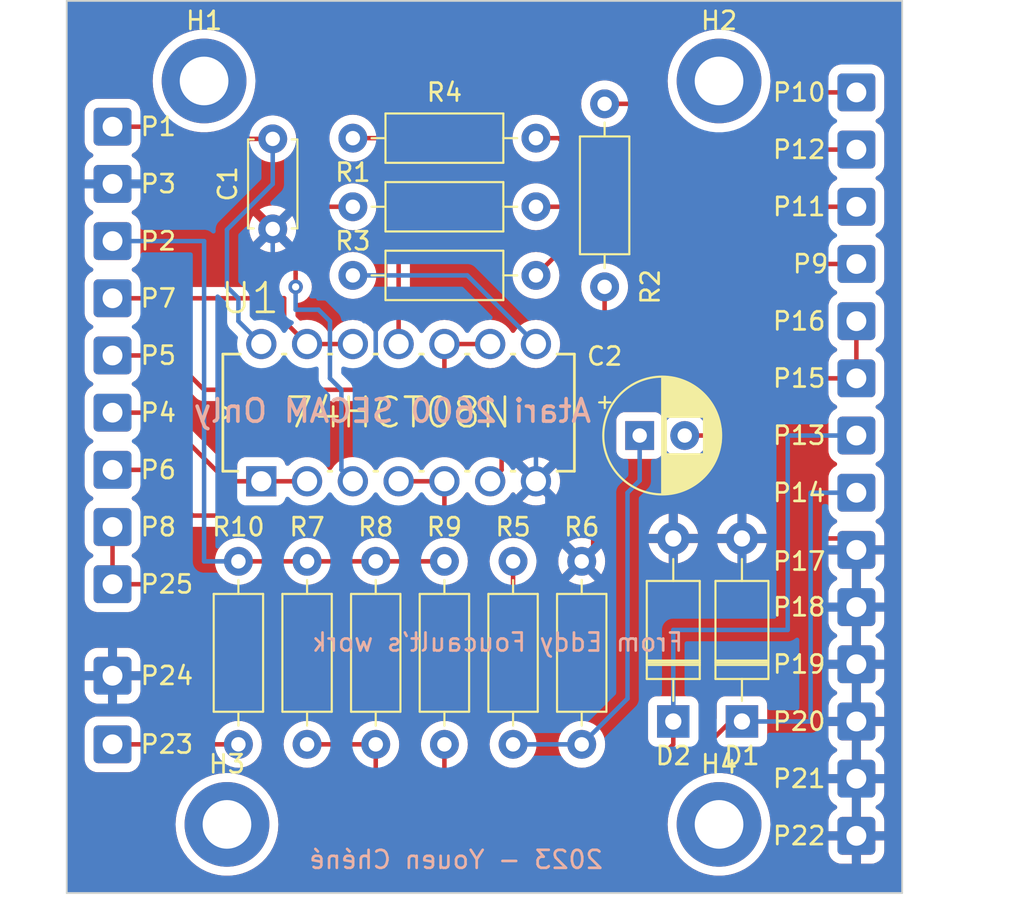
<source format=kicad_pcb>
(kicad_pcb (version 20221018) (generator pcbnew)
  (layers (0 "F.Cu" signal) (31 "B.Cu" signal) (34 "B.Paste" user) (35 "F.Paste" user) (36 "B.SilkS" user "B.Silkscreen") (37 "F.SilkS" user "F.Silkscreen") (38 "B.Mask" user) (39 "F.Mask" user) (44 "Edge.Cuts" user))
  (net 0 "")
  (net 1 "GND")
  (net 2 "+5V")
  (net 3 "Net-(C2-Pad1)")
  (net 4 "/SCART_audio")
  (net 5 "/SCART_blank")
  (net 6 "/SCART_comL")
  (net 7 "+12V")
  (net 8 "/TIA_lum0")
  (net 9 "/TIA_lum1")
  (net 10 "/TIA_lum2")
  (net 11 "/TIA_synchro")
  (net 12 "/TIA_audio")
  (net 13 "/SCART_R")
  (net 14 "/SCART_V")
  (net 15 "/SCART_B")
  (net 16 "/SCART_SYNC")
  (net 17 "Net-(P23-Pin_1)")
  (net 18 "Net-(U1-1Y)")
  (net 19 "Net-(U1-2Y)")
  (net 20 "Net-(U1-3Y)")
  (net 21 "Net-(U1-4Y)")
  (footprint "Capacitor_THT:CP_Radial_D6.3mm_P2.50mm" (layer "F.Cu") (at 111.8 100.33)
    (fp_text reference "C2" (at -1.945 -4.4) (layer "F.SilkS"))
    (fp_text value "47uF")
    (pad "1" thru_hole rect (at 0 0) (size 1.6 1.6) (drill 0.8) (layers "*.Cu" "*.Mask") (net 3 "Net-(C2-Pad1)"))
    (pad "2" thru_hole circle (at 2.5 0) (size 1.6 1.6) (drill 0.8) (layers "*.Cu" "*.Mask") (net 4 "/SCART_audio"))
  )
  (footprint "MountingHole:MountingHole_2.7mm_M2.5_DIN965_Pad" (layer "F.Cu") (at 87.63 80.645)
    (fp_text reference "H1" (at 0 -3.35) (layer "F.SilkS"))
    (fp_text value "MountingHole")
    (pad "1" thru_hole circle (at 0 0) (size 4.7 4.7) (drill 2.7) (layers "*.Cu" "*.Mask"))
  )
  (footprint "MountingHole:MountingHole_2.7mm_M2.5_DIN965_Pad" (layer "F.Cu") (at 88.9 121.92)
    (fp_text reference "H3" (at 0 -3.35) (layer "F.SilkS"))
    (fp_text value "MountingHole")
    (pad "1" thru_hole circle (at 0 0) (size 4.7 4.7) (drill 2.7) (layers "*.Cu" "*.Mask"))
  )
  (footprint "Connector_Wire:SolderWire-0.5sqmm_1x01_D0.9mm_OD2.1mm" (layer "F.Cu") (at 82.55 105.41)
    (fp_text reference "P8" (at 2.54 0) (layer "F.SilkS"))
    (fp_text value "Conn_01x01_Pin")
    (pad "1" thru_hole roundrect (at 0 0) (size 2.1 2.1) (drill 1.1) (layers "*.Cu" "*.Mask") (roundrect_rratio 0.1190480952) (net 12 "/TIA_audio"))
  )
  (footprint "Resistor_THT:R_Axial_DIN0207_L6.3mm_D2.5mm_P10.16mm_Horizontal" (layer "F.Cu") (at 100.965 107.315 -90)
    (fp_text reference "R9" (at -1.905 0 -180) (layer "F.SilkS"))
    (fp_text value "200R")
    (pad "1" thru_hole circle (at 0 0 270) (size 1.6 1.6) (drill 0.8) (layers "*.Cu" "*.Mask") (net 7 "+12V"))
    (pad "2" thru_hole oval (at 10.16 0 270) (size 1.6 1.6) (drill 0.8) (layers "*.Cu" "*.Mask") (net 6 "/SCART_comL"))
  )
  (footprint "Connector_Wire:SolderWire-0.5sqmm_1x01_D0.9mm_OD2.1mm" (layer "F.Cu") (at 82.55 83.185)
    (fp_text reference "P1" (at 2.54 0) (layer "F.SilkS"))
    (fp_text value "Conn_01x01_Pin")
    (pad "1" thru_hole roundrect (at 0 0) (size 2.1 2.1) (drill 1.1) (layers "*.Cu" "*.Mask") (roundrect_rratio 0.1190480952) (net 2 "+5V"))
  )
  (footprint "Connector_Wire:SolderWire-0.5sqmm_1x01_D0.9mm_OD2.1mm" (layer "F.Cu") (at 123.825 97.155)
    (fp_text reference "P15" (at -3.175 0) (layer "F.SilkS"))
    (fp_text value "SCART_Audio D (2)")
    (pad "1" thru_hole roundrect (at 0 0) (size 2.1 2.1) (drill 1.1) (layers "*.Cu" "*.Mask") (roundrect_rratio 0.1190480952) (net 4 "/SCART_audio"))
  )
  (footprint "Connector_Wire:SolderWire-0.5sqmm_1x01_D0.9mm_OD2.1mm" (layer "F.Cu") (at 82.55 113.665)
    (fp_text reference "P24" (at 3.016191 0) (layer "F.SilkS"))
    (fp_text value "Conn_01x01_Pin")
    (pad "1" thru_hole roundrect (at 0 0) (size 2.1 2.1) (drill 1.1) (layers "*.Cu" "*.Mask") (roundrect_rratio 0.1190480952) (net 1 "GND"))
  )
  (footprint "Connector_Wire:SolderWire-0.5sqmm_1x01_D0.9mm_OD2.1mm" (layer "F.Cu") (at 82.55 86.36)
    (fp_text reference "P3" (at 2.54 0) (layer "F.SilkS"))
    (fp_text value "Conn_01x01_Pin")
    (pad "1" thru_hole roundrect (at 0 0) (size 2.1 2.1) (drill 1.1) (layers "*.Cu" "*.Mask") (roundrect_rratio 0.1190480952) (net 1 "GND"))
  )
  (footprint "Resistor_THT:R_Axial_DIN0207_L6.3mm_D2.5mm_P10.16mm_Horizontal" (layer "F.Cu") (at 97.155 107.315 -90)
    (fp_text reference "R8" (at -1.905 0 -180) (layer "F.SilkS"))
    (fp_text value "300R")
    (pad "1" thru_hole circle (at 0 0 270) (size 1.6 1.6) (drill 0.8) (layers "*.Cu" "*.Mask") (net 7 "+12V"))
    (pad "2" thru_hole oval (at 10.16 0 270) (size 1.6 1.6) (drill 0.8) (layers "*.Cu" "*.Mask") (net 5 "/SCART_blank"))
  )
  (footprint "Connector_Wire:SolderWire-0.5sqmm_1x01_D0.9mm_OD2.1mm" (layer "F.Cu") (at 123.825 106.68)
    (fp_text reference "P17" (at -3.175 0.635) (layer "F.SilkS"))
    (fp_text value "SCART Masse R (13)")
    (pad "1" thru_hole roundrect (at 0 0) (size 2.1 2.1) (drill 1.1) (layers "*.Cu" "*.Mask") (roundrect_rratio 0.1190480952) (net 1 "GND"))
  )
  (footprint "Resistor_THT:R_Axial_DIN0207_L6.3mm_D2.5mm_P10.16mm_Horizontal" (layer "F.Cu") (at 108.585 107.315 -90)
    (fp_text reference "R6" (at -1.905 0 -180) (layer "F.SilkS"))
    (fp_text value "1k")
    (pad "1" thru_hole circle (at 0 0 270) (size 1.6 1.6) (drill 0.8) (layers "*.Cu" "*.Mask") (net 1 "GND"))
    (pad "2" thru_hole oval (at 10.16 0 270) (size 1.6 1.6) (drill 0.8) (layers "*.Cu" "*.Mask") (net 3 "Net-(C2-Pad1)"))
  )
  (footprint "Resistor_THT:R_Axial_DIN0207_L6.3mm_D2.5mm_P10.16mm_Horizontal" (layer "F.Cu") (at 95.885 91.44)
    (fp_text reference "R3" (at 0 -1.905) (layer "F.SilkS"))
    (fp_text value "470R")
    (pad "1" thru_hole circle (at 0 0) (size 1.6 1.6) (drill 0.8) (layers "*.Cu" "*.Mask") (net 20 "Net-(U1-3Y)"))
    (pad "2" thru_hole oval (at 10.16 0) (size 1.6 1.6) (drill 0.8) (layers "*.Cu" "*.Mask") (net 13 "/SCART_R"))
  )
  (footprint "Connector_Wire:SolderWire-0.5sqmm_1x01_D0.9mm_OD2.1mm" (layer "F.Cu") (at 123.825 100.33)
    (fp_text reference "P13" (at -3.175 0) (layer "F.SilkS"))
    (fp_text value "SCART Com Lente (8)")
    (pad "1" thru_hole roundrect (at 0 0) (size 2.1 2.1) (drill 1.1) (layers "*.Cu" "*.Mask") (roundrect_rratio 0.1190480952) (net 6 "/SCART_comL"))
  )
  (footprint "MountingHole:MountingHole_2.7mm_M2.5_DIN965_Pad" (layer "F.Cu") (at 116.205 121.92)
    (fp_text reference "H4" (at 0 -3.35) (layer "F.SilkS"))
    (fp_text value "MountingHole")
    (pad "1" thru_hole circle (at 0 0) (size 4.7 4.7) (drill 2.7) (layers "*.Cu" "*.Mask"))
  )
  (footprint "Connector_Wire:SolderWire-0.5sqmm_1x01_D0.9mm_OD2.1mm" (layer "F.Cu") (at 82.55 108.585)
    (fp_text reference "P25" (at 3.016191 0) (layer "F.SilkS"))
    (fp_text value "Conn_01x01_Pin")
    (pad "1" thru_hole roundrect (at 0 0) (size 2.1 2.1) (drill 1.1) (layers "*.Cu" "*.Mask") (roundrect_rratio 0.1190480952) (net 12 "/TIA_audio"))
  )
  (footprint "LibraryKicadPerso:DIP254P762X420-14" (layer "F.Cu") (at 106.045 95.25 90)
    (fp_text reference "U1" (at 2.54 -15.875 180) (layer "F.SilkS") (effects (font (size 1.64 1.64))))
    (fp_text value "74HCT08N" (at -3.81 -7.62 180) (layer "F.SilkS") (effects (font (size 1.64 1.64))))
    (pad "1" thru_hole rect (at -7.62 -15.24 90) (size 1.6764 1.6764) (drill 1.1176) (layers "*.Cu" "*.Mask") (net 8 "/TIA_lum0"))
    (pad "2" thru_hole circle (at -7.62 -12.7 90) (size 1.6764 1.6764) (drill 1.1176) (layers "*.Cu" "*.Mask") (net 8 "/TIA_lum0"))
    (pad "3" thru_hole circle (at -7.62 -10.16 90) (size 1.6764 1.6764) (drill 1.1176) (layers "*.Cu" "*.Mask") (net 18 "Net-(U1-1Y)"))
    (pad "4" thru_hole circle (at -7.62 -7.62 90) (size 1.6764 1.6764) (drill 1.1176) (layers "*.Cu" "*.Mask") (net 10 "/TIA_lum2"))
    (pad "5" thru_hole circle (at -7.62 -5.08 90) (size 1.6764 1.6764) (drill 1.1176) (layers "*.Cu" "*.Mask") (net 10 "/TIA_lum2"))
    (pad "6" thru_hole circle (at -7.62 -2.54 90) (size 1.6764 1.6764) (drill 1.1176) (layers "*.Cu" "*.Mask") (net 19 "Net-(U1-2Y)"))
    (pad "7" thru_hole circle (at -7.62 0 90) (size 1.6764 1.6764) (drill 1.1176) (layers "*.Cu" "*.Mask") (net 1 "GND"))
    (pad "8" thru_hole circle (at 0 0 90) (size 1.6764 1.6764) (drill 1.1176) (layers "*.Cu" "*.Mask") (net 20 "Net-(U1-3Y)"))
    (pad "9" thru_hole circle (at 0 -2.54 90) (size 1.6764 1.6764) (drill 1.1176) (layers "*.Cu" "*.Mask") (net 9 "/TIA_lum1"))
    (pad "10" thru_hole circle (at 0 -5.08 90) (size 1.6764 1.6764) (drill 1.1176) (layers "*.Cu" "*.Mask") (net 9 "/TIA_lum1"))
    (pad "11" thru_hole circle (at 0 -7.62 90) (size 1.6764 1.6764) (drill 1.1176) (layers "*.Cu" "*.Mask") (net 21 "Net-(U1-4Y)"))
    (pad "12" thru_hole circle (at 0 -10.16 90) (size 1.6764 1.6764) (drill 1.1176) (layers "*.Cu" "*.Mask") (net 11 "/TIA_synchro"))
    (pad "13" thru_hole circle (at 0 -12.7 90) (size 1.6764 1.6764) (drill 1.1176) (layers "*.Cu" "*.Mask") (net 11 "/TIA_synchro"))
    (pad "14" thru_hole circle (at 0 -15.24 90) (size 1.6764 1.6764) (drill 1.1176) (layers "*.Cu" "*.Mask") (net 2 "+5V"))
  )
  (footprint "Connector_Wire:SolderWire-0.5sqmm_1x01_D0.9mm_OD2.1mm" (layer "F.Cu") (at 123.825 122.555)
    (fp_text reference "P22" (at -3.175 0) (layer "F.SilkS"))
    (fp_text value "SCART Shield")
    (pad "1" thru_hole roundrect (at 0 0) (size 2.1 2.1) (drill 1.1) (layers "*.Cu" "*.Mask") (roundrect_rratio 0.1190480952) (net 1 "GND"))
  )
  (footprint "Resistor_THT:R_Axial_DIN0207_L6.3mm_D2.5mm_P10.16mm_Horizontal" (layer "F.Cu") (at 104.775 107.315 -90)
    (fp_text reference "R5" (at -1.905 0 -180) (layer "F.SilkS"))
    (fp_text value "1K")
    (pad "1" thru_hole circle (at 0 0 270) (size 1.6 1.6) (drill 0.8) (layers "*.Cu" "*.Mask") (net 12 "/TIA_audio"))
    (pad "2" thru_hole oval (at 10.16 0 270) (size 1.6 1.6) (drill 0.8) (layers "*.Cu" "*.Mask") (net 3 "Net-(C2-Pad1)"))
  )
  (footprint "Resistor_THT:R_Axial_DIN0207_L6.3mm_D2.5mm_P10.16mm_Horizontal" (layer "F.Cu") (at 95.885 87.63)
    (fp_text reference "R1" (at 0 -1.905) (layer "F.SilkS"))
    (fp_text value "470R")
    (pad "1" thru_hole circle (at 0 0) (size 1.6 1.6) (drill 0.8) (layers "*.Cu" "*.Mask") (net 18 "Net-(U1-1Y)"))
    (pad "2" thru_hole oval (at 10.16 0) (size 1.6 1.6) (drill 0.8) (layers "*.Cu" "*.Mask") (net 15 "/SCART_B"))
  )
  (footprint "Capacitor_THT:C_Disc_D4.7mm_W2.5mm_P5.00mm" (layer "F.Cu") (at 91.44 88.86 90)
    (fp_text reference "C1" (at 2.5 -2.5 90) (layer "F.SilkS"))
    (fp_text value "100nF")
    (pad "1" thru_hole circle (at 0 0 90) (size 1.6 1.6) (drill 0.8) (layers "*.Cu" "*.Mask") (net 1 "GND"))
    (pad "2" thru_hole circle (at 5 0 90) (size 1.6 1.6) (drill 0.8) (layers "*.Cu" "*.Mask") (net 2 "+5V"))
  )
  (footprint "Connector_Wire:SolderWire-0.5sqmm_1x01_D0.9mm_OD2.1mm" (layer "F.Cu") (at 82.55 95.885)
    (fp_text reference "P5" (at 2.54 0) (layer "F.SilkS"))
    (fp_text value "Conn_01x01_Pin")
    (pad "1" thru_hole roundrect (at 0 0) (size 2.1 2.1) (drill 1.1) (layers "*.Cu" "*.Mask") (roundrect_rratio 0.1190480952) (net 9 "/TIA_lum1"))
  )
  (footprint "Connector_Wire:SolderWire-0.5sqmm_1x01_D0.9mm_OD2.1mm" (layer "F.Cu") (at 123.825 81.28)
    (fp_text reference "P10" (at -3.175 0) (layer "F.SilkS"))
    (fp_text value "SCART V (11)")
    (pad "1" thru_hole roundrect (at 0 0) (size 2.1 2.1) (drill 1.1) (layers "*.Cu" "*.Mask") (roundrect_rratio 0.1190480952) (net 14 "/SCART_V"))
  )
  (footprint "Connector_Wire:SolderWire-0.5sqmm_1x01_D0.9mm_OD2.1mm" (layer "F.Cu") (at 123.825 109.855)
    (fp_text reference "P18" (at -3.175 0) (layer "F.SilkS"))
    (fp_text value "SCART Masse V (9)")
    (pad "1" thru_hole roundrect (at 0 0) (size 2.1 2.1) (drill 1.1) (layers "*.Cu" "*.Mask") (roundrect_rratio 0.1190480952) (net 1 "GND"))
  )
  (footprint "Connector_Wire:SolderWire-0.5sqmm_1x01_D0.9mm_OD2.1mm" (layer "F.Cu") (at 123.825 103.505)
    (fp_text reference "P14" (at -3.175 0) (layer "F.SilkS"))
    (fp_text value "SCART Com Rapide (16)")
    (pad "1" thru_hole roundrect (at 0 0) (size 2.1 2.1) (drill 1.1) (layers "*.Cu" "*.Mask") (roundrect_rratio 0.1190480952) (net 5 "/SCART_blank"))
  )
  (footprint "Connector_Wire:SolderWire-0.5sqmm_1x01_D0.9mm_OD2.1mm" (layer "F.Cu") (at 82.55 92.71)
    (fp_text reference "P7" (at 2.54 0) (layer "F.SilkS"))
    (fp_text value "Conn_01x01_Pin")
    (pad "1" thru_hole roundrect (at 0 0) (size 2.1 2.1) (drill 1.1) (layers "*.Cu" "*.Mask") (roundrect_rratio 0.1190480952) (net 11 "/TIA_synchro"))
  )
  (footprint "Connector_Wire:SolderWire-0.5sqmm_1x01_D0.9mm_OD2.1mm" (layer "F.Cu") (at 123.825 113.03)
    (fp_text reference "P19" (at -3.175 0) (layer "F.SilkS"))
    (fp_text value "SCART Masse B (5)")
    (pad "1" thru_hole roundrect (at 0 0) (size 2.1 2.1) (drill 1.1) (layers "*.Cu" "*.Mask") (roundrect_rratio 0.1190480952) (net 1 "GND"))
  )
  (footprint "Connector_Wire:SolderWire-0.5sqmm_1x01_D0.9mm_OD2.1mm" (layer "F.Cu") (at 123.825 93.98)
    (fp_text reference "P16" (at -3.175 0) (layer "F.SilkS"))
    (fp_text value "SCART Audio G (6)")
    (pad "1" thru_hole roundrect (at 0 0) (size 2.1 2.1) (drill 1.1) (layers "*.Cu" "*.Mask") (roundrect_rratio 0.1190480952) (net 4 "/SCART_audio"))
  )
  (footprint "Connector_Wire:SolderWire-0.5sqmm_1x01_D0.9mm_OD2.1mm" (layer "F.Cu") (at 82.55 102.235)
    (fp_text reference "P6" (at 2.54 0) (layer "F.SilkS"))
    (fp_text value "Conn_01x01_Pin")
    (pad "1" thru_hole roundrect (at 0 0) (size 2.1 2.1) (drill 1.1) (layers "*.Cu" "*.Mask") (roundrect_rratio 0.1190480952) (net 10 "/TIA_lum2"))
  )
  (footprint "Diode_THT:D_A-405_P10.16mm_Horizontal" (layer "F.Cu") (at 113.665 116.205 90)
    (fp_text reference "D2" (at -1.905 0 180) (layer "F.SilkS"))
    (fp_text value "D_Zener 10v")
    (pad "1" thru_hole rect (at 0 0 90) (size 1.8 1.8) (drill 0.9) (layers "*.Cu" "*.Mask") (net 6 "/SCART_comL"))
    (pad "2" thru_hole oval (at 10.16 0 90) (size 1.8 1.8) (drill 0.9) (layers "*.Cu" "*.Mask") (net 1 "GND"))
  )
  (footprint "Resistor_THT:R_Axial_DIN0207_L6.3mm_D2.5mm_P10.16mm_Horizontal" (layer "F.Cu") (at 95.885 83.82)
    (fp_text reference "R4" (at 5.08 -2.54) (layer "F.SilkS"))
    (fp_text value "470R")
    (pad "1" thru_hole circle (at 0 0) (size 1.6 1.6) (drill 0.8) (layers "*.Cu" "*.Mask") (net 21 "Net-(U1-4Y)"))
    (pad "2" thru_hole oval (at 10.16 0) (size 1.6 1.6) (drill 0.8) (layers "*.Cu" "*.Mask") (net 16 "/SCART_SYNC"))
  )
  (footprint "Connector_Wire:SolderWire-0.5sqmm_1x01_D0.9mm_OD2.1mm" (layer "F.Cu") (at 82.55 89.535)
    (fp_text reference "P2" (at 2.54 0) (layer "F.SilkS"))
    (fp_text value "Conn_01x01_Pin")
    (pad "1" thru_hole roundrect (at 0 0) (size 2.1 2.1) (drill 1.1) (layers "*.Cu" "*.Mask") (roundrect_rratio 0.1190480952) (net 7 "+12V"))
  )
  (footprint "Connector_Wire:SolderWire-0.5sqmm_1x01_D0.9mm_OD2.1mm" (layer "F.Cu") (at 82.55 117.475)
    (fp_text reference "P23" (at 3.016191 0) (layer "F.SilkS"))
    (fp_text value "Conn_01x01_Pin")
    (pad "1" thru_hole roundrect (at 0 0) (size 2.1 2.1) (drill 1.1) (layers "*.Cu" "*.Mask") (roundrect_rratio 0.1190480952) (net 17 "Net-(P23-Pin_1)"))
  )
  (footprint "Connector_Wire:SolderWire-0.5sqmm_1x01_D0.9mm_OD2.1mm" (layer "F.Cu") (at 82.55 99.06)
    (fp_text reference "P4" (at 2.54 0) (layer "F.SilkS"))
    (fp_text value "Conn_01x01_Pin")
    (pad "1" thru_hole roundrect (at 0 0) (size 2.1 2.1) (drill 1.1) (layers "*.Cu" "*.Mask") (roundrect_rratio 0.1190480952) (net 8 "/TIA_lum0"))
  )
  (footprint "Diode_THT:D_A-405_P10.16mm_Horizontal" (layer "F.Cu") (at 117.475 116.205 90)
    (fp_text reference "D1" (at -1.905 0 180) (layer "F.SilkS"))
    (fp_text value "D_Zener 2.7v")
    (pad "1" thru_hole rect (at 0 0 90) (size 1.8 1.8) (drill 0.9) (layers "*.Cu" "*.Mask") (net 5 "/SCART_blank"))
    (pad "2" thru_hole oval (at 10.16 0 90) (size 1.8 1.8) (drill 0.9) (layers "*.Cu" "*.Mask") (net 1 "GND"))
  )
  (footprint "Resistor_THT:R_Axial_DIN0207_L6.3mm_D2.5mm_P10.16mm_Horizontal" (layer "F.Cu") (at 109.855 92.075 90)
    (fp_text reference "R2" (at 0 2.54 90) (layer "F.SilkS"))
    (fp_text value "470R")
    (pad "1" thru_hole circle (at 0 0 90) (size 1.6 1.6) (drill 0.8) (layers "*.Cu" "*.Mask") (net 19 "Net-(U1-2Y)"))
    (pad "2" thru_hole oval (at 10.16 0 90) (size 1.6 1.6) (drill 0.8) (layers "*.Cu" "*.Mask") (net 14 "/SCART_V"))
  )
  (footprint "Connector_Wire:SolderWire-0.5sqmm_1x01_D0.9mm_OD2.1mm" (layer "F.Cu") (at 123.825 87.63)
    (fp_text reference "P11" (at -3.175 0) (layer "F.SilkS"))
    (fp_text value "SCART B (7)")
    (pad "1" thru_hole roundrect (at 0 0) (size 2.1 2.1) (drill 1.1) (layers "*.Cu" "*.Mask") (roundrect_rratio 0.1190480952) (net 15 "/SCART_B"))
  )
  (footprint "Connector_Wire:SolderWire-0.5sqmm_1x01_D0.9mm_OD2.1mm" (layer "F.Cu") (at 123.825 90.805)
    (fp_text reference "P9" (at -2.54 0) (layer "F.SilkS"))
    (fp_text value "SCART R (15)")
    (pad "1" thru_hole roundrect (at 0 0) (size 2.1 2.1) (drill 1.1) (layers "*.Cu" "*.Mask") (roundrect_rratio 0.1190480952) (net 13 "/SCART_R"))
  )
  (footprint "Connector_Wire:SolderWire-0.5sqmm_1x01_D0.9mm_OD2.1mm" (layer "F.Cu") (at 123.825 116.205)
    (fp_text reference "P20" (at -3.175 0) (layer "F.SilkS"))
    (fp_text value "SCART Masse Sync (17)")
    (pad "1" thru_hole roundrect (at 0 0) (size 2.1 2.1) (drill 1.1) (layers "*.Cu" "*.Mask") (roundrect_rratio 0.1190480952) (net 1 "GND"))
  )
  (footprint "Connector_Wire:SolderWire-0.5sqmm_1x01_D0.9mm_OD2.1mm" (layer "F.Cu") (at 123.825 119.38)
    (fp_text reference "P21" (at -3.175 0) (layer "F.SilkS"))
    (fp_text value "SCART Masse Audio")
    (pad "1" thru_hole roundrect (at 0 0) (size 2.1 2.1) (drill 1.1) (layers "*.Cu" "*.Mask") (roundrect_rratio 0.1190480952) (net 1 "GND"))
  )
  (footprint "MountingHole:MountingHole_2.7mm_M2.5_DIN965_Pad" (layer "F.Cu") (at 116.205 80.645)
    (fp_text reference "H2" (at 0 -3.35) (layer "F.SilkS"))
    (fp_text value "MountingHole")
    (pad "1" thru_hole circle (at 0 0) (size 4.7 4.7) (drill 2.7) (layers "*.Cu" "*.Mask"))
  )
  (footprint "Connector_Wire:SolderWire-0.5sqmm_1x01_D0.9mm_OD2.1mm" (layer "F.Cu") (at 123.825 84.455)
    (fp_text reference "P12" (at -3.175 0) (layer "F.SilkS"))
    (fp_text value "SCART Synchro (20)")
    (pad "1" thru_hole roundrect (at 0 0) (size 2.1 2.1) (drill 1.1) (layers "*.Cu" "*.Mask") (roundrect_rratio 0.1190480952) (net 16 "/SCART_SYNC"))
  )
  (footprint "Resistor_THT:R_Axial_DIN0207_L6.3mm_D2.5mm_P10.16mm_Horizontal" (layer "F.Cu") (at 89.535 107.315 -90)
    (fp_text reference "R10" (at -1.905 0 -180) (layer "F.SilkS"))
    (fp_text value "1K")
    (pad "1" thru_hole circle (at 0 0 270) (size 1.6 1.6) (drill 0.8) (layers "*.Cu" "*.Mask") (net 7 "+12V"))
    (pad "2" thru_hole oval (at 10.16 0 270) (size 1.6 1.6) (drill 0.8) (layers "*.Cu" "*.Mask") (net 17 "Net-(P23-Pin_1)"))
  )
  (footprint "Resistor_THT:R_Axial_DIN0207_L6.3mm_D2.5mm_P10.16mm_Horizontal" (layer "F.Cu") (at 93.345 107.315 -90)
    (fp_text reference "R7" (at -1.905 0 -180) (layer "F.SilkS"))
    (fp_text value "300R")
    (pad "1" thru_hole circle (at 0 0 270) (size 1.6 1.6) (drill 0.8) (layers "*.Cu" "*.Mask") (net 7 "+12V"))
    (pad "2" thru_hole oval (at 10.16 0 270) (size 1.6 1.6) (drill 0.8) (layers "*.Cu" "*.Mask") (net 5 "/SCART_blank"))
  )
  (gr_line (start 126.365 76.2) (end 80.01 76.2) (stroke (width 0.1)) (layer "Edge.Cuts"))
  (gr_line (start 80.01 76.2) (end 80.01 125.73) (stroke (width 0.1)) (layer "Edge.Cuts"))
  (gr_line (start 126.365 76.2) (end 126.365 125.73) (stroke (width 0.1)) (layer "Edge.Cuts"))
  (gr_line (start 126.365 125.73) (end 80.01 125.73) (stroke (width 0.1)) (layer "Edge.Cuts"))
  (gr_text "2023 - Youen Chéné" (at 109.855 124.46) (layer "B.SilkS") (effects (font (size 1 1)) (justify left bottom mirror)))
  (gr_text "Atari 2600 SECAM Only" (at 109.22 99.695) (layer "B.SilkS") (effects (font (size 1.25 1.25) (thickness 0.2) bold) (justify left bottom mirror)))
  (gr_text "From Eddy Foucault's work" (at 114.3 112.395) (layer "B.SilkS") (effects (font (size 1 1)) (justify left bottom mirror)))
  (segment (start 123.825 116.205) (end 123.825 119.38) (width 0.25) (layer "F.Cu") (net 1))
  (segment (start 108.585 107.315) (end 109.22 106.68) (width 0.25) (layer "F.Cu") (net 1))
  (segment (start 123.825 106.68) (end 123.825 109.855) (width 0.25) (layer "F.Cu") (net 1))
  (segment (start 88.94 86.36) (end 91.44 88.86) (width 0.25) (layer "F.Cu") (net 1))
  (segment (start 117.475 106.045) (end 123.19 106.045) (width 0.25) (layer "F.Cu") (net 1))
  (segment (start 109.22 106.045) (end 106.045 102.87) (width 0.25) (layer "F.Cu") (net 1))
  (segment (start 123.825 109.855) (end 123.825 113.03) (width 0.25) (layer "F.Cu") (net 1))
  (segment (start 82.55 86.36) (end 88.94 86.36) (width 0.25) (layer "F.Cu") (net 1))
  (segment (start 109.22 106.68) (end 109.22 106.045) (width 0.25) (layer "F.Cu") (net 1))
  (segment (start 123.19 106.045) (end 123.825 106.68) (width 0.25) (layer "F.Cu") (net 1))
  (segment (start 113.665 106.045) (end 109.22 106.045) (width 0.25) (layer "F.Cu") (net 1))
  (segment (start 123.825 119.38) (end 123.825 122.555) (width 0.25) (layer "F.Cu") (net 1))
  (segment (start 113.665 106.045) (end 117.475 106.045) (width 0.25) (layer "F.Cu") (net 1))
  (segment (start 123.825 113.03) (end 123.825 116.205) (width 0.25) (layer "F.Cu") (net 1))
  (segment (start 97.155 100.33) (end 106.045 100.33) (width 0.25) (layer "B.Cu") (net 1))
  (segment (start 93.98 92.71) (end 95.25 92.71) (width 0.25) (layer "B.Cu") (net 1))
  (segment (start 106.045 100.33) (end 106.045 102.87) (width 0.25) (layer "B.Cu") (net 1))
  (segment (start 91.44 88.86) (end 91.44 90.805) (width 0.25) (layer "B.Cu") (net 1))
  (segment (start 106.045 113.665) (end 106.68 113.03) (width 0.25) (layer "B.Cu") (net 1))
  (segment (start 106.68 113.03) (end 106.68 103.505) (width 0.25) (layer "B.Cu") (net 1))
  (segment (start 96.52 93.98) (end 97.155 93.98) (width 0.25) (layer "B.Cu") (net 1))
  (segment (start 97.155 93.98) (end 97.155 100.33) (width 0.25) (layer "B.Cu") (net 1))
  (segment (start 91.44 90.805) (end 93.98 90.805) (width 0.25) (layer "B.Cu") (net 1))
  (segment (start 95.25 92.71) (end 96.52 93.98) (width 0.25) (layer "B.Cu") (net 1))
  (segment (start 106.68 103.505) (end 106.045 102.87) (width 0.25) (layer "B.Cu") (net 1))
  (segment (start 82.55 113.665) (end 106.045 113.665) (width 0.25) (layer "B.Cu") (net 1))
  (segment (start 93.98 90.805) (end 93.98 92.71) (width 0.25) (layer "B.Cu") (net 1))
  (segment (start 86.36 84.455) (end 89.535 84.455) (width 0.25) (layer "F.Cu") (net 2))
  (segment (start 90.13 83.86) (end 91.44 83.86) (width 0.25) (layer "F.Cu") (net 2))
  (segment (start 82.55 83.185) (end 85.09 83.185) (width 0.25) (layer "F.Cu") (net 2))
  (segment (start 89.535 84.455) (end 90.13 83.86) (width 0.25) (layer "F.Cu") (net 2))
  (segment (start 85.09 83.185) (end 86.36 84.455) (width 0.25) (layer "F.Cu") (net 2))
  (segment (start 89.535 92.71) (end 89.535 93.98) (width 0.25) (layer "B.Cu") (net 2))
  (segment (start 88.9 92.075) (end 89.535 92.71) (width 0.25) (layer "B.Cu") (net 2))
  (segment (start 91.44 86.36) (end 91.438604 86.36) (width 0.25) (layer "B.Cu") (net 2))
  (segment (start 91.438604 86.36) (end 88.9 88.898604) (width 0.25) (layer "B.Cu") (net 2))
  (segment (start 88.9 88.898604) (end 88.9 92.075) (width 0.25) (layer "B.Cu") (net 2))
  (segment (start 89.535 93.98) (end 90.805 95.25) (width 0.25) (layer "B.Cu") (net 2))
  (segment (start 91.44 83.86) (end 91.44 86.36) (width 0.25) (layer "B.Cu") (net 2))
  (segment (start 111.8 100.33) (end 111.8 102.83) (width 0.25) (layer "B.Cu") (net 3))
  (segment (start 111.8 102.83) (end 111.125 103.505) (width 0.25) (layer "B.Cu") (net 3))
  (segment (start 111.125 103.505) (end 111.125 114.935) (width 0.25) (layer "B.Cu") (net 3))
  (segment (start 111.125 114.935) (end 108.585 117.475) (width 0.25) (layer "B.Cu") (net 3))
  (segment (start 104.775 117.475) (end 108.585 117.475) (width 0.25) (layer "B.Cu") (net 3))
  (segment (start 118.11 100.33) (end 118.11 97.155) (width 0.25) (layer "F.Cu") (net 4))
  (segment (start 114.3 100.33) (end 118.11 100.33) (width 0.25) (layer "F.Cu") (net 4))
  (segment (start 123.825 97.155) (end 123.825 93.98) (width 0.25) (layer "F.Cu") (net 4))
  (segment (start 118.11 97.155) (end 123.825 97.155) (width 0.25) (layer "F.Cu") (net 4))
  (segment (start 116.84 116.205) (end 111.76 121.285) (width 0.25) (layer "F.Cu") (net 5))
  (segment (start 111.76 121.285) (end 97.155 121.285) (width 0.25) (layer "F.Cu") (net 5))
  (segment (start 117.475 116.205) (end 116.84 116.205) (width 0.25) (layer "F.Cu") (net 5))
  (segment (start 97.155 117.475) (end 93.345 117.475) (width 0.25) (layer "F.Cu") (net 5))
  (segment (start 97.155 121.285) (end 97.155 117.9) (width 0.25) (layer "F.Cu") (net 5))
  (segment (start 121.285 116.205) (end 117.475 116.205) (width 0.25) (layer "B.Cu") (net 5))
  (segment (start 123.825 103.505) (end 121.285 103.505) (width 0.25) (layer "B.Cu") (net 5))
  (segment (start 121.285 103.505) (end 121.285 116.205) (width 0.25) (layer "B.Cu") (net 5))
  (segment (start 111.125 120.015) (end 100.965 120.015) (width 0.25) (layer "F.Cu") (net 6))
  (segment (start 113.665 116.205) (end 113.665 117.475) (width 0.25) (layer "F.Cu") (net 6))
  (segment (start 100.965 120.015) (end 100.965 117.475) (width 0.25) (layer "F.Cu") (net 6))
  (segment (start 113.665 117.475) (end 111.125 120.015) (width 0.25) (layer "F.Cu") (net 6))
  (segment (start 123.825 100.33) (end 120.015 100.33) (width 0.25) (layer "B.Cu") (net 6))
  (segment (start 120.015 111.125) (end 113.665 111.125) (width 0.25) (layer "B.Cu") (net 6))
  (segment (start 113.665 111.125) (end 113.665 116.205) (width 0.25) (layer "B.Cu") (net 6))
  (segment (start 120.015 100.33) (end 120.015 111.125) (width 0.25) (layer "B.Cu") (net 6))
  (segment (start 89.535 107.315) (end 93.345 107.315) (width 0.25) (layer "F.Cu") (net 7))
  (segment (start 97.155 107.315) (end 100.965 107.315) (width 0.25) (layer "F.Cu") (net 7))
  (segment (start 93.345 107.315) (end 97.155 107.315) (width 0.25) (layer "F.Cu") (net 7))
  (segment (start 87.63 107.315) (end 89.535 107.315) (width 0.25) (layer "B.Cu") (net 7))
  (segment (start 82.55 89.535) (end 87.63 89.535) (width 0.25) (layer "B.Cu") (net 7))
  (segment (start 87.63 89.535) (end 87.63 107.315) (width 0.25) (layer "B.Cu") (net 7))
  (segment (start 85.09 99.06) (end 82.55 99.06) (width 0.25) (layer "F.Cu") (net 8))
  (segment (start 93.345 102.87) (end 90.805 102.87) (width 0.25) (layer "F.Cu") (net 8))
  (segment (start 88.9 102.87) (end 85.09 99.06) (width 0.25) (layer "F.Cu") (net 8))
  (segment (start 90.805 102.87) (end 88.9 102.87) (width 0.25) (layer "F.Cu") (net 8))
  (segment (start 100.965 95.25) (end 103.505 95.25) (width 0.25) (layer "F.Cu") (net 9))
  (segment (start 87.63 97.79) (end 100.965 97.79) (width 0.25) (layer "F.Cu") (net 9))
  (segment (start 82.55 95.885) (end 85.725 95.885) (width 0.25) (layer "F.Cu") (net 9))
  (segment (start 85.725 95.885) (end 87.63 97.79) (width 0.25) (layer "F.Cu") (net 9))
  (segment (start 100.965 97.79) (end 100.965 95.25) (width 0.25) (layer "F.Cu") (net 9))
  (segment (start 84.455 102.235) (end 82.55 102.235) (width 0.25) (layer "F.Cu") (net 10))
  (segment (start 100.965 104.775) (end 86.995 104.775) (width 0.25) (layer "F.Cu") (net 10))
  (segment (start 100.965 102.87) (end 98.425 102.87) (width 0.25) (layer "F.Cu") (net 10))
  (segment (start 86.995 104.775) (end 84.455 102.235) (width 0.25) (layer "F.Cu") (net 10))
  (segment (start 100.965 102.87) (end 100.965 104.775) (width 0.25) (layer "F.Cu") (net 10))
  (segment (start 92.075 93.98) (end 93.345 95.25) (width 0.25) (layer "F.Cu") (net 11))
  (segment (start 92.075 92.71) (end 92.075 93.98) (width 0.25) (layer "F.Cu") (net 11))
  (segment (start 82.55 92.71) (end 92.075 92.71) (width 0.25) (layer "F.Cu") (net 11))
  (segment (start 93.345 95.25) (end 95.885 95.25) (width 0.25) (layer "F.Cu") (net 11))
  (segment (start 82.55 105.41) (end 82.55 108.585) (width 0.25) (layer "F.Cu") (net 12))
  (segment (start 85.725 108.585) (end 87.63 110.49) (width 0.25) (layer "F.Cu") (net 12))
  (segment (start 82.55 108.585) (end 85.725 108.585) (width 0.25) (layer "F.Cu") (net 12))
  (segment (start 103.505 110.49) (end 104.775 109.22) (width 0.25) (layer "F.Cu") (net 12))
  (segment (start 87.63 110.49) (end 103.505 110.49) (width 0.25) (layer "F.Cu") (net 12))
  (segment (start 104.775 109.22) (end 104.775 107.315) (width 0.25) (layer "F.Cu") (net 12))
  (segment (start 108.585 88.9) (end 120.015 88.9) (width 0.25) (layer "F.Cu") (net 13))
  (segment (start 120.015 88.9) (end 121.92 90.805) (width 0.25) (layer "F.Cu") (net 13))
  (segment (start 121.92 90.805) (end 123.825 90.805) (width 0.25) (layer "F.Cu") (net 13))
  (segment (start 106.045 91.44) (end 108.585 88.9) (width 0.25) (layer "F.Cu") (net 13))
  (segment (start 119.38 83.82) (end 121.92 81.28) (width 0.25) (layer "F.Cu") (net 14))
  (segment (start 111.76 81.915) (end 113.665 83.82) (width 0.25) (layer "F.Cu") (net 14))
  (segment (start 121.92 81.28) (end 123.825 81.28) (width 0.25) (layer "F.Cu") (net 14))
  (segment (start 113.665 83.82) (end 119.38 83.82) (width 0.25) (layer "F.Cu") (net 14))
  (segment (start 109.855 81.915) (end 111.76 81.915) (width 0.25) (layer "F.Cu") (net 14))
  (segment (start 106.045 87.63) (end 123.825 87.63) (width 0.25) (layer "F.Cu") (net 15))
  (segment (start 107.315 83.82) (end 108.585 85.09) (width 0.25) (layer "F.Cu") (net 16))
  (segment (start 106.045 83.82) (end 107.315 83.82) (width 0.25) (layer "F.Cu") (net 16))
  (segment (start 120.015 85.09) (end 120.65 84.455) (width 0.25) (layer "F.Cu") (net 16))
  (segment (start 108.585 85.09) (end 120.015 85.09) (width 0.25) (layer "F.Cu") (net 16))
  (segment (start 120.65 84.455) (end 123.825 84.455) (width 0.25) (layer "F.Cu") (net 16))
  (segment (start 82.55 117.475) (end 89.535 117.475) (width 0.25) (layer "F.Cu") (net 17))
  (segment (start 92.71 90.805) (end 92.71 91.35) (width 0.25) (layer "F.Cu") (net 18))
  (segment (start 93.345 90.17) (end 92.71 90.805) (width 0.25) (layer "F.Cu") (net 18))
  (segment (start 93.98 87.63) (end 93.98 88.9) (width 0.25) (layer "F.Cu") (net 18))
  (segment (start 95.885 87.63) (end 93.98 87.63) (width 0.25) (layer "F.Cu") (net 18))
  (segment (start 93.345 89.535) (end 93.345 90.17) (width 0.25) (layer "F.Cu") (net 18))
  (segment (start 92.71 91.35) (end 92.71 92.075) (width 0.25) (layer "F.Cu") (net 18))
  (segment (start 93.98 88.9) (end 93.345 89.535) (width 0.25) (layer "F.Cu") (net 18))
  (via (at 92.71 92.075) (size 0.8) (drill 0.4) (layers "F.Cu" "B.Cu") (net 18))
  (segment (start 92.71 92.075) (end 92.71 93.345) (width 0.25) (layer "B.Cu") (net 18))
  (segment (start 94.615 97.155) (end 95.25 97.79) (width 0.25) (layer "B.Cu") (net 18))
  (segment (start 92.71 93.345) (end 93.98 93.345) (width 0.25) (layer "B.Cu") (net 18))
  (segment (start 95.25 97.79) (end 95.25 102.235) (width 0.25) (layer "B.Cu") (net 18))
  (segment (start 95.25 102.235) (end 95.885 102.87) (width 0.25) (layer "B.Cu") (net 18))
  (segment (start 94.615 93.98) (end 94.615 97.155) (width 0.25) (layer "B.Cu") (net 18))
  (segment (start 93.98 93.345) (end 94.615 93.98) (width 0.25) (layer "B.Cu") (net 18))
  (segment (start 109.855 95.885) (end 107.95 97.79) (width 0.25) (layer "F.Cu") (net 19))
  (segment (start 109.855 92.075) (end 109.855 95.885) (width 0.25) (layer "F.Cu") (net 19))
  (segment (start 107.95 97.79) (end 104.14 97.79) (width 0.25) (layer "F.Cu") (net 19))
  (segment (start 104.14 97.79) (end 104.14 102.235) (width 0.25) (layer "F.Cu") (net 19))
  (segment (start 104.14 102.235) (end 103.505 102.87) (width 0.25) (layer "F.Cu") (net 19))
  (segment (start 102.235 91.44) (end 106.045 95.25) (width 0.25) (layer "B.Cu") (net 20))
  (segment (start 95.885 91.44) (end 102.235 91.44) (width 0.25) (layer "B.Cu") (net 20))
  (segment (start 95.885 83.82) (end 98.425 83.82) (width 0.25) (layer "F.Cu") (net 21))
  (segment (start 98.425 83.82) (end 98.425 95.25) (width 0.25) (layer "F.Cu") (net 21))
  (zone (net 1) (net_name "GND") (layer "F.Cu") (connect_pads (clearance 0.5)) (min_thickness 0.25) (fill yes (thermal_gap 0.5) (thermal_bridge_width 0.5))
    (polygon (pts (xy 126.365 76.2) (xy 80.01 76.2) (xy 80.01 125.73) (xy 126.365 125.73)))
  )
  (zone (net 1) (net_name "GND") (layer "B.Cu") (priority 1) (connect_pads (clearance 0.5)) (min_thickness 0.25) (fill yes (thermal_gap 0.5) (thermal_bridge_width 0.5))
    (polygon (pts (xy 126.365 76.2) (xy 80.01 76.2) (xy 80.01 125.73) (xy 126.365 125.73)))
  )
)
</source>
